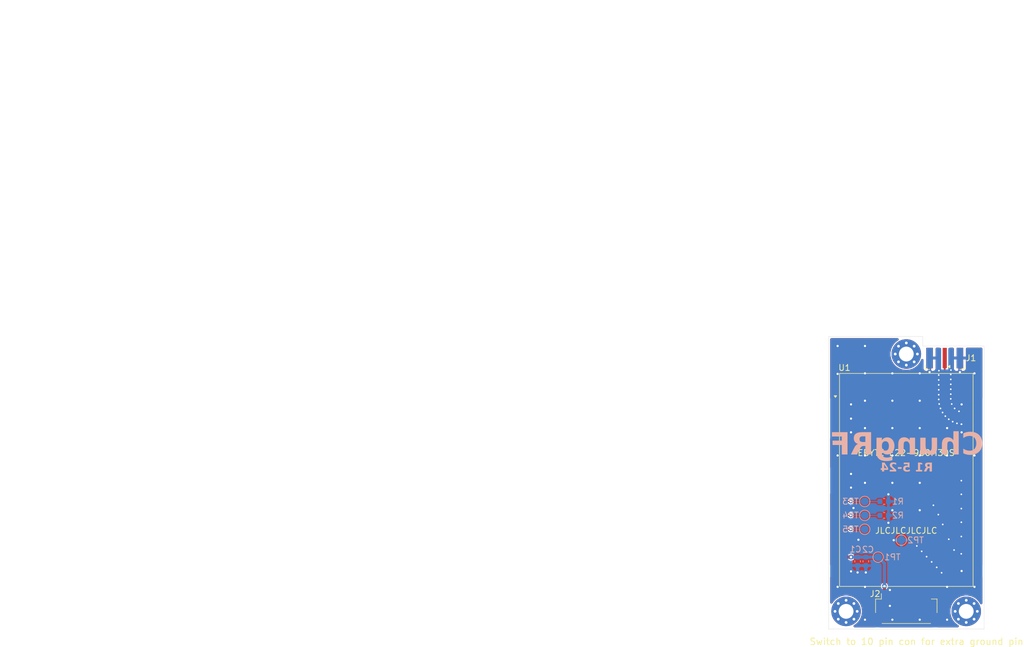
<source format=kicad_pcb>
(kicad_pcb (version 20240108) (generator "pcbnew") (generator_version "8.0")
  (title_block (title "ChungRF") (date "2024-05-14") (rev "R1") (company "Chungus Aerospace"))
  (layers (0 "F.Cu" signal) (1 "In1.Cu" signal) (2 "In2.Cu" signal) (31 "B.Cu" signal) (34 "B.Paste" user) (35 "F.Paste" user) (36 "B.SilkS" user "B.Silkscreen") (37 "F.SilkS" user "F.Silkscreen") (38 "B.Mask" user) (39 "F.Mask" user) (44 "Edge.Cuts" user))
  (net 0 "")
  (net 1 "VCC")
  (net 2 "GND")
  (net 3 "/RF_ANT")
  (net 4 "/BUSY")
  (net 5 "/MISO")
  (net 6 "/NSS")
  (net 7 "/DIO2")
  (net 8 "/DIO1")
  (net 9 "/NRST")
  (net 10 "/RXEN")
  (net 11 "/MOSI")
  (net 12 "/SCK")
  (net 13 "/TXEN")
  (footprint "MountingHole:MountingHole_2.7mm_M2.5_Pad_Via" (layer "F.Cu") (at 165.549082 64.37141 90)
    (property "Reference" "H3" (hide yes))
    (property "Value" "MountingHole" (hide yes))
    (pad "1" thru_hole circle (at -2.025 0 90) (size 0.8 0.8) (drill 0.5) (layers "*.Cu" "*.Mask"))
    (pad "1" thru_hole circle (at -1.431891 -1.431891 90) (size 0.8 0.8) (drill 0.5) (layers "*.Cu" "*.Mask"))
    (pad "1" thru_hole circle (at -1.431891 1.431891 90) (size 0.8 0.8) (drill 0.5) (layers "*.Cu" "*.Mask"))
    (pad "1" thru_hole circle (at 0 -2.025 90) (size 0.8 0.8) (drill 0.5) (layers "*.Cu" "*.Mask"))
    (pad "1" thru_hole circle (at 0 0 90) (size 5.4 5.4) (drill 2.7) (layers "*.Cu" "*.Mask"))
    (pad "1" thru_hole circle (at 0 2.025 90) (size 0.8 0.8) (drill 0.5) (layers "*.Cu" "*.Mask"))
    (pad "1" thru_hole circle (at 1.431891 -1.431891 90) (size 0.8 0.8) (drill 0.5) (layers "*.Cu" "*.Mask"))
    (pad "1" thru_hole circle (at 1.431891 1.431891 90) (size 0.8 0.8) (drill 0.5) (layers "*.Cu" "*.Mask"))
    (pad "1" thru_hole circle (at 2.025 0 90) (size 0.8 0.8) (drill 0.5) (layers "*.Cu" "*.Mask"))
  )
  (footprint "MountingHole:MountingHole_2.7mm_M2.5_Pad_Via" (layer "F.Cu") (at 176.494082 111.375 90)
    (property "Reference" "H2" (hide yes))
    (property "Value" "MountingHole" (hide yes))
    (pad "1" thru_hole circle (at -2.025 0 90) (size 0.8 0.8) (drill 0.5) (layers "*.Cu" "*.Mask"))
    (pad "1" thru_hole circle (at -1.431891 -1.431891 90) (size 0.8 0.8) (drill 0.5) (layers "*.Cu" "*.Mask"))
    (pad "1" thru_hole circle (at -1.431891 1.431891 90) (size 0.8 0.8) (drill 0.5) (layers "*.Cu" "*.Mask"))
    (pad "1" thru_hole circle (at 0 -2.025 90) (size 0.8 0.8) (drill 0.5) (layers "*.Cu" "*.Mask"))
    (pad "1" thru_hole circle (at 0 0 90) (size 5.4 5.4) (drill 2.7) (layers "*.Cu" "*.Mask"))
    (pad "1" thru_hole circle (at 0 2.025 90) (size 0.8 0.8) (drill 0.5) (layers "*.Cu" "*.Mask"))
    (pad "1" thru_hole circle (at 1.431891 -1.431891 90) (size 0.8 0.8) (drill 0.5) (layers "*.Cu" "*.Mask"))
    (pad "1" thru_hole circle (at 1.431891 1.431891 90) (size 0.8 0.8) (drill 0.5) (layers "*.Cu" "*.Mask"))
    (pad "1" thru_hole circle (at 2.025 0 90) (size 0.8 0.8) (drill 0.5) (layers "*.Cu" "*.Mask"))
  )
  (footprint "besser_footprints:CON-SMA-EDGE-S" (layer "F.Cu") (at 172.564984 65.10141)
    (property "Reference" "J1" (at 4.8 0 0) (layer "F.SilkS") (effects (font (size 1.1 1.1) (thickness 0.155))))
    (property "Value" "Conn_Coaxial")
    (fp_line (start -3.597387 1.257727) (end -3.597387 2.0925) (stroke (width 0.12)) (layer "F.SilkS"))
    (fp_line (start -3.597387 2.0925) (end -2.762614 2.0925) (stroke (width 0.12)) (layer "F.SilkS"))
    (fp_line (start 2.77 2.0925) (end 3.604773 2.0925) (stroke (width 0.12)) (layer "F.SilkS"))
    (fp_line (start 3.604773 2.0925) (end 3.604773 1.257727) (stroke (width 0.12)) (layer "F.SilkS"))
    (fp_poly (pts (xy 0.64 1.5625) (xy 0.97 1.3225) (xy 0.97 1.8025) (xy 0.64 1.5625)) (stroke (width 0.12)) (fill solid) (layer "F.SilkS"))
    (pad "1" smd rect (at 0 0) (size 0.76 3.725) (layers "F.Cu" "F.Paste" "F.Mask") (net 3 "/RF_ANT"))
    (pad "2" smd rect (at -2.77 0) (size 1.2 3.725) (layers "F.Cu" "F.Paste" "F.Mask") (net 2 "GND"))
    (pad "2" smd rect (at -2.77 0) (size 1.2 3.725) (layers "B.Cu" "B.Mask") (net 2 "GND"))
    (pad "2" smd rect (at 2.77 0) (size 1.2 3.725) (layers "F.Cu" "F.Paste" "F.Mask") (net 2 "GND"))
    (pad "2" smd rect (at 2.77 0) (size 1.2 3.725) (layers "B.Cu" "B.Mask") (net 2 "GND"))
    (zone (net 0) (net_name "") (layers "*.Cu") (connect_pads (clearance 0)) (min_thickness 0.25)
      (keepout (tracks allowed) (vias not_allowed) (pads allowed) (copperpour not_allowed) (footprints allowed))
      (fill (thermal_gap 0.5) (thermal_bridge_width 0.5))
      (polygon (pts (xy 173.214984 63.03391) (xy 173.214984 67.19391) (xy 171.914984 67.19391) (xy 171.914984 63.03391)))
    )
  )
  (footprint "besser_footprints:E22-900M30S" (layer "F.Cu") (at 165.549082 87.36141 90)
    (property "Reference" "U1" (at 20.49 -11.3 0) (layer "F.SilkS") (effects (font (size 1.1 1.1) (thickness 0.155))))
    (property "Value" "E22-900M30S")
    (fp_rect (start -19.45 -12.2) (end 19.45 12.2) (stroke (width 0.12)) (fill none) (layer "F.SilkS"))
    (fp_poly (pts (xy 15.055173 -12.95) (xy 15.385173 -13.19) (xy 15.385173 -12.71) (xy 15.055173 -12.95)) (stroke (width 0.12)) (fill solid) (layer "F.SilkS"))
    (pad "1" smd roundrect (at 13.79 -12) (size 2.5 1.5) (layers "F.Cu" "F.Paste" "F.Mask") (roundrect_rratio 0.1666666667) (net 2 "GND"))
    (pad "2" smd roundrect (at 11.25 -12) (size 2.5 1.5) (layers "F.Cu" "F.Paste" "F.Mask") (roundrect_rratio 0.1666666667) (net 2 "GND"))
    (pad "3" smd roundrect (at 8.71 -12) (size 2.5 1.5) (layers "F.Cu" "F.Paste" "F.Mask") (roundrect_rratio 0.1666666667) (net 2 "GND"))
    (pad "4" smd roundrect (at 1.14 -12 180) (size 2.5 1.5) (layers "F.Cu" "F.Paste" "F.Mask") (roundrect_rratio 0.1666666667) (net 2 "GND"))
    (pad "5" smd roundrect (at -1.4 -12 180) (size 2.5 1.5) (layers "F.Cu" "F.Paste" "F.Mask") (roundrect_rratio 0.1666666667) (net 2 "GND"))
    (pad "6" smd roundrect (at -3.94 -12 180) (size 2.5 1.5) (layers "F.Cu" "F.Paste" "F.Mask") (roundrect_rratio 0.1666666667) (net 10 "/RXEN"))
    (pad "7" smd roundrect (at -6.48 -12 180) (size 2.5 1.5) (layers "F.Cu" "F.Paste" "F.Mask") (roundrect_rratio 0.1666666667) (net 13 "/TXEN"))
    (pad "8" smd roundrect (at -9.02 -12 180) (size 2.5 1.5) (layers "F.Cu" "F.Paste" "F.Mask") (roundrect_rratio 0.1666666667) (net 7 "/DIO2"))
    (pad "9" smd roundrect (at -11.56 -12 180) (size 2.5 1.5) (layers "F.Cu" "F.Paste" "F.Mask") (roundrect_rratio 0.1666666667) (net 1 "VCC"))
    (pad "10" smd roundrect (at -14.1 -12 180) (size 2.5 1.5) (layers "F.Cu" "F.Paste" "F.Mask") (roundrect_rratio 0.1666666667) (net 1 "VCC"))
    (pad "11" smd roundrect (at -16.64 -12 180) (size 2.5 1.5) (layers "F.Cu" "F.Paste" "F.Mask") (roundrect_rratio 0.1666666667) (net 2 "GND"))
    (pad "12" smd roundrect (at -16.64 12 180) (size 2.5 1.5) (layers "F.Cu" "F.Paste" "F.Mask") (roundrect_rratio 0.1666666667) (net 2 "GND"))
    (pad "13" smd roundrect (at -14.1 12 180) (size 2.5 1.5) (layers "F.Cu" "F.Paste" "F.Mask") (roundrect_rratio 0.1666666667) (net 8 "/DIO1"))
    (pad "14" smd roundrect (at -11.56 12 180) (size 2.5 1.5) (layers "F.Cu" "F.Paste" "F.Mask") (roundrect_rratio 0.1666666667) (net 4 "/BUSY"))
    (pad "15" smd roundrect (at -9.02 12 180) (size 2.5 1.5) (layers "F.Cu" "F.Paste" "F.Mask") (roundrect_rratio 0.1666666667) (net 9 "/NRST"))
    (pad "16" smd roundrect (at -6.48 12 180) (size 2.5 1.5) (layers "F.Cu" "F.Paste" "F.Mask") (roundrect_rratio 0.1666666667) (net 5 "/MISO"))
    (pad "17" smd roundrect (at -3.94 12 180) (size 2.5 1.5) (layers "F.Cu" "F.Paste" "F.Mask") (roundrect_rratio 0.1666666667) (net 11 "/MOSI"))
    (pad "18" smd roundrect (at -1.4 12 180) (size 2.5 1.5) (layers "F.Cu" "F.Paste" "F.Mask") (roundrect_rratio 0.1666666667) (net 12 "/SCK"))
    (pad "19" smd roundrect (at 1.14 12 180) (size 2.5 1.5) (layers "F.Cu" "F.Paste" "F.Mask") (roundrect_rratio 0.1666666667) (net 6 "/NSS"))
    (pad "20" smd roundrect (at 8.71 12) (size 2.5 1.5) (layers "F.Cu" "F.Paste" "F.Mask") (roundrect_rratio 0.1666666667) (net 2 "GND"))
    (pad "21" smd roundrect (at 11.25 12) (size 2.5 1.5) (layers "F.Cu" "F.Paste" "F.Mask") (roundrect_rratio 0.1666666667) (net 3 "/RF_ANT"))
    (pad "22" smd roundrect (at 13.79 12) (size 2.5 1.5) (layers "F.Cu" "F.Paste" "F.Mask") (roundrect_rratio 0.1666666667) (net 2 "GND"))
  )
  (footprint "Connector_JST:JST_SH_SM09B-SRSS-TB_1x09-1MP_P1.00mm_Horizontal" (layer "F.Cu") (at 165.549082 110.904519)
    (property "Reference" "J2" (at -5.7 -2.733109 0) (layer "F.SilkS") (effects (font (size 1.1 1.1) (thickness 0.155))))
    (property "Value" "Conn_01x09_Socket")
    (fp_line (start -5.61 -1.785) (end -4.56 -1.785) (stroke (width 0.12)) (layer "F.SilkS"))
    (fp_line (start -5.61 0.715) (end -5.61 -1.785) (stroke (width 0.12)) (layer "F.SilkS"))
    (fp_line (start -4.56 -1.785) (end -4.56 -2.775) (stroke (width 0.12)) (layer "F.SilkS"))
    (fp_line (start -4.44 2.685) (end 4.44 2.685) (stroke (width 0.12)) (layer "F.SilkS"))
    (fp_line (start 5.61 -1.785) (end 4.56 -1.785) (stroke (width 0.12)) (layer "F.SilkS"))
    (fp_line (start 5.61 0.715) (end 5.61 -1.785) (stroke (width 0.12)) (layer "F.SilkS"))
    (pad "1" smd roundrect (at -4 -2) (size 0.6 1.55) (layers "F.Cu" "F.Paste" "F.Mask") (net 1 "VCC"))
    (pad "2" smd roundrect (at -3 -2) (size 0.6 1.55) (layers "F.Cu" "F.Paste" "F.Mask") (net 2 "GND"))
    (pad "3" smd roundrect (at -2 -2) (size 0.6 1.55) (layers "F.Cu" "F.Paste" "F.Mask") (net 6 "/NSS"))
    (pad "4" smd roundrect (at -1 -2) (size 0.6 1.55) (layers "F.Cu" "F.Paste" "F.Mask") (net 12 "/SCK"))
    (pad "5" smd roundrect (at 0 -2) (size 0.6 1.55) (layers "F.Cu" "F.Paste" "F.Mask") (net 11 "/MOSI"))
    (pad "6" smd roundrect (at 1 -2) (size 0.6 1.55) (layers "F.Cu" "F.Paste" "F.Mask") (net 5 "/MISO"))
    (pad "7" smd roundrect (at 2 -2) (size 0.6 1.55) (layers "F.Cu" "F.Paste" "F.Mask") (net 9 "/NRST"))
    (pad "8" smd roundrect (at 3 -2) (size 0.6 1.55) (layers "F.Cu" "F.Paste" "F.Mask") (net 4 "/BUSY"))
    (pad "9" smd roundrect (at 4 -2) (size 0.6 1.55) (layers "F.Cu" "F.Paste" "F.Mask") (net 8 "/DIO1"))
    (pad "MP" smd roundrect (at -5.3 1.875) (size 1.2 1.8) (layers "F.Cu" "F.Paste" "F.Mask") (roundrect_rratio 0.208333))
    (pad "MP" smd roundrect (at 5.3 1.875) (size 1.2 1.8) (layers "F.Cu" "F.Paste" "F.Mask") (roundrect_rratio 0.208333))
  )
  (footprint "MountingHole:MountingHole_2.7mm_M2.5_Pad_Via" (layer "F.Cu") (at 154.549082 111.375 90)
    (property "Reference" "H1" (hide yes))
    (property "Value" "MountingHole" (hide yes))
    (pad "1" thru_hole circle (at -2.025 0 90) (size 0.8 0.8) (drill 0.5) (layers "*.Cu" "*.Mask"))
    (pad "1" thru_hole circle (at -1.431891 -1.431891 90) (size 0.8 0.8) (drill 0.5) (layers "*.Cu" "*.Mask"))
    (pad "1" thru_hole circle (at -1.431891 1.431891 90) (size 0.8 0.8) (drill 0.5) (layers "*.Cu" "*.Mask"))
    (pad "1" thru_hole circle (at 0 -2.025 90) (size 0.8 0.8) (drill 0.5) (layers "*.Cu" "*.Mask"))
    (pad "1" thru_hole circle (at 0 0 90) (size 5.4 5.4) (drill 2.7) (layers "*.Cu" "*.Mask"))
    (pad "1" thru_hole circle (at 0 2.025 90) (size 0.8 0.8) (drill 0.5) (layers "*.Cu" "*.Mask"))
    (pad "1" thru_hole circle (at 1.431891 -1.431891 90) (size 0.8 0.8) (drill 0.5) (layers "*.Cu" "*.Mask"))
    (pad "1" thru_hole circle (at 1.431891 1.431891 90) (size 0.8 0.8) (drill 0.5) (layers "*.Cu" "*.Mask"))
    (pad "1" thru_hole circle (at 2.025 0 90) (size 0.8 0.8) (drill 0.5) (layers "*.Cu" "*.Mask"))
  )
  (footprint "TestPoint:TestPoint_Pad_D1.5mm" (layer "B.Cu") (at 157.949082 96.38141 180)
    (property "Reference" "TP5" (at 2.6 0 180) (layer "B.SilkS") (effects (font (size 1.1 1.1) (thickness 0.155)) (justify mirror)))
    (property "Value" "DIO2")
    (fp_circle (center 0 0) (end 0 -0.95) (stroke (width 0.12)) (fill none) (layer "B.SilkS"))
    (pad "1" smd circle (at 0 0 180) (size 1.5 1.5) (layers "B.Cu" "B.Mask") (net 7 "/DIO2"))
  )
  (footprint "TestPoint:TestPoint_Pad_D1.5mm" (layer "B.Cu") (at 160.399082 101.47141 180)
    (property "Reference" "TP1" (at -2.6 0 180) (layer "B.SilkS") (effects (font (size 1.1 1.1) (thickness 0.155)) (justify mirror)))
    (property "Value" "VCC")
    (fp_circle (center 0 0) (end 0 -0.95) (stroke (width 0.12)) (fill none) (layer "B.SilkS"))
    (pad "1" smd circle (at 0 0 180) (size 1.5 1.5) (layers "B.Cu" "B.Mask") (net 1 "VCC"))
  )
  (footprint "TestPoint:TestPoint_Pad_D1.5mm" (layer "B.Cu") (at 164.649082 98.37141 180)
    (property "Reference" "TP2" (at -2.6 0 180) (layer "B.SilkS") (effects (font (size 1.1 1.1) (thickness 0.155)) (justify mirror)))
    (property "Value" "GND")
    (fp_circle (center 0 0) (end 0 -0.95) (stroke (width 0.12)) (fill none) (layer "B.SilkS"))
    (pad "1" smd circle (at 0 0 180) (size 1.5 1.5) (layers "B.Cu" "B.Mask") (net 2 "GND"))
  )
  (footprint "Capacitor_SMD:C_0603_1608Metric" (layer "B.Cu") (at 161.5 91.30141 180)
    (property "Reference" "R1" (at -2.5 0 180) (layer "B.SilkS") (effects (font (size 1.1 1.1) (thickness 0.155)) (justify mirror)))
    (property "Value" "100k")
    (fp_line (start 0.14058 0.51) (end -0.14058 0.51) (stroke (width 0.12)) (layer "B.SilkS"))
    (fp_line (start 0.14058 -0.51) (end -0.14058 -0.51) (stroke (width 0.12)) (layer "B.SilkS"))
    (pad "1" smd roundrect (at -0.775 0 180) (size 0.9 0.95) (layers "B.Cu" "B.Paste" "B.Mask") (net 2 "GND"))
    (pad "2" smd roundrect (at 0.775 0 180) (size 0.9 0.95) (layers "B.Cu" "B.Paste" "B.Mask") (net 10 "/RXEN"))
  )
  (footprint "Capacitor_SMD:C_0603_1608Metric" (layer "B.Cu") (at 158.149082 102.23641 -90)
    (property "Reference" "C2" (at -2.165 -0.4 180) (layer "B.SilkS") (effects (font (size 1.1 1.1) (thickness 0.155)) (justify mirror)))
    (property "Value" "1uF")
    (fp_line (start 0.14058 0.51) (end -0.14058 0.51) (stroke (width 0.12)) (layer "B.SilkS"))
    (fp_line (start 0.14058 -0.51) (end -0.14058 -0.51) (stroke (width 0.12)) (layer "B.SilkS"))
    (pad "1" smd roundrect (at -0.775 0 270) (size 0.9 0.95) (layers "B.Cu" "B.Paste" "B.Mask") (net 1 "VCC"))
    (pad "2" smd roundrect (at 0.775 0 270) (size 0.9 0.95) (layers "B.Cu" "B.Paste" "B.Mask") (net 2 "GND"))
  )
  (footprint "Capacitor_SMD:C_0603_1608Metric" (layer "B.Cu") (at 156.649082 102.23641 -90)
    (property "Reference" "C1" (at -2.2 0.4 180) (layer "B.SilkS") (effects (font (size 1.1 1.1) (thickness 0.155)) (justify mirror)))
    (property "Value" "100nF")
    (fp_line (start 0.14058 0.51) (end -0.14058 0.51) (stroke (width 0.12)) (layer "B.SilkS"))
    (fp_line (start 0.14058 -0.51) (end -0.14058 -0.51) (stroke (width 0.12)) (layer "B.SilkS"))
    (pad "1" smd roundrect (at -0.775 0 270) (size 0.9 0.95) (layers "B.Cu" "B.Paste" "B.Mask") (net 1 "VCC"))
    (pad "2" smd roundrect (at 0.775 0 270) (size 0.9 0.95) (layers "B.Cu" "B.Paste" "B.Mask") (net 2 "GND"))
  )
  (footprint "Capacitor_SMD:C_0603_1608Metric" (layer "B.Cu") (at 161.5 93.84141)
    (property "Reference" "R2" (at 2.5 0 0) (layer "B.SilkS") (effects (font (size 1.1 1.1) (thickness 0.155)) (justify mirror)))
    (property "Value" "100k")
    (fp_line (start 0.14058 -0.51) (end -0.14058 -0.51) (stroke (width 0.12)) (layer "B.SilkS"))
    (fp_line (start 0.14058 0.51) (end -0.14058 0.51) (stroke (width 0.12)) (layer "B.SilkS"))
    (pad "1" smd roundrect (at -0.775 0) (size 0.9 0.95) (layers "B.Cu" "B.Paste" "B.Mask") (net 13 "/TXEN"))
    (pad "2" smd roundrect (at 0.775 0) (size 0.9 0.95) (layers "B.Cu" "B.Paste" "B.Mask") (net 2 "GND"))
  )
  (footprint "TestPoint:TestPoint_Pad_D1.5mm" (layer "B.Cu") (at 157.949082 93.84141 180)
    (property "Reference" "TP4" (at 2.6 0 180) (layer "B.SilkS") (effects (font (size 1.1 1.1) (thickness 0.155)) (justify mirror)))
    (property "Value" "TXEN")
    (fp_circle (center 0 0) (end 0 -0.95) (stroke (width 0.12)) (fill none) (layer "B.SilkS"))
    (pad "1" smd circle (at 0 0 180) (size 1.5 1.5) (layers "B.Cu" "B.Mask") (net 13 "/TXEN"))
  )
  (footprint "TestPoint:TestPoint_Pad_D1.5mm" (layer "B.Cu") (at 157.949082 91.30141 180)
    (property "Reference" "TP3" (at 2.6 0 180) (layer "B.SilkS") (effects (font (size 1.1 1.1) (thickness 0.155)) (justify mirror)))
    (property "Value" "RXEN")
    (fp_circle (center 0 0) (end 0 -0.95) (stroke (width 0.12)) (fill none) (layer "B.SilkS"))
    (pad "1" smd circle (at 0 0 180) (size 1.5 1.5) (layers "B.Cu" "B.Mask") (net 10 "/RXEN"))
  )
  (gr_line (start 151.349082 61.17141) (end 168.549082 61.17141) (stroke (width 0.05)) (layer "Edge.Cuts"))
  (gr_line (start 151.349082 114.6) (end 151.349082 61.17141) (stroke (width 0.05)) (layer "Edge.Cuts"))
  (gr_line (start 179.749082 62.91141) (end 179.749082 114.6) (stroke (width 0.05)) (layer "Edge.Cuts"))
  (gr_line (start 168.549082 62.91141) (end 179.749082 62.91141) (stroke (width 0.05)) (layer "Edge.Cuts"))
  (gr_line (start 179.749082 114.6) (end 151.349082 114.6) (stroke (width 0.05)) (layer "Edge.Cuts"))
  (gr_line (start 168.549082 61.17141) (end 168.549082 62.91141) (stroke (width 0.05)) (layer "Edge.Cuts"))
  (gr_text "R1 5-24" (at 165.6 86.1 0) (layer "B.SilkS") (effects (font (size 1.6 1.6) (thickness 0.4) (bold yes)) (justify bottom mirror)))
  (gr_text "ChungRF" (at 165.6 83.4 -0) (layer "B.SilkS") (effects (font (size 4 4) (thickness 0.44) (bold yes)) (justify bottom mirror)))
  (gr_text "EBYTE E22-900M30S" (at 156.574202 83.07141 0) (layer "F.SilkS") (effects (font (size 1.1 1.1) (thickness 0.155)) (justify left bottom)))
  (gr_text "Switch to 10 pin con for extra ground pin" (at 147.8 117.6 0) (layer "F.SilkS") (effects (font (size 1.2 1.2) (thickness 0.16)) (justify left bottom)))
  (gr_text "JLCJLCJLCJLC" (at 159.76944 97.27141 0) (layer "F.SilkS") (effects (font (size 1.1 1.1) (thickness 0.155)) (justify left bottom)))
  (segment (start 155.249082 101.46141) (end 153.549082 101.46141) (width 0.6) (layer "F.Cu") (net 1))
  (segment (start 161.549082 108.904519) (end 161.549082 106.77141) (width 0.6) (layer "F.Cu") (net 1))
  (segment (start 153.549082 101.46141) (end 153.549082 98.92141) (width 0.6) (layer "F.Cu") (net 1))
  (via (at 161.549082 106.77141) (size 0.9) (drill 0.4) (layers "F.Cu" "B.Cu") (net 1))
  (via (at 155.449082 101.46141) (size 0.9) (drill 0.4) (layers "F.Cu" "B.Cu") (net 1))
  (segment (start 155.549082 101.46141) (end 160.639082 101.46141) (width 0.6) (layer "B.Cu") (net 1))
  (segment (start 161.549082 106.77141) (end 161.549082 102.62141) (width 0.6) (layer "B.Cu") (net 1))
  (segment (start 161.549082 102.62141) (end 160.399082 101.47141) (width 0.6) (layer "B.Cu") (net 1))
  (segment (start 155.549082 88.77141) (end 153.649082 88.77141) (width 0.6) (layer "F.Cu") (net 2))
  (segment (start 155.549082 73.57141) (end 153.649082 73.57141) (width 0.6) (layer "F.Cu") (net 2))
  (segment (start 155.549082 78.67141) (end 153.649082 78.67141) (width 0.6) (layer "F.Cu") (net 2))
  (segment (start 175.334984 65.10141) (end 175.334984 67.67141) (width 0.6) (layer "F.Cu") (net 2))
  (segment (start 155.549082 86.27141) (end 153.649082 86.27141) (width 0.6) (layer "F.Cu") (net 2))
  (segment (start 162.549082 107.47141) (end 162.549082 108.904519) (width 0.6) (layer "F.Cu") (net 2))
  (segment (start 175.649082 78.67141) (end 177.549082 78.67141) (width 0.6) (layer "F.Cu") (net 2))
  (segment (start 175.649082 73.57141) (end 177.549082 73.57141) (width 0.6) (layer "F.Cu") (net 2))
  (segment (start 175.649082 104.00141) (end 177.549082 104.00141) (width 0.6) (layer "F.Cu") (net 2))
  (segment (start 162.549082 110.37141) (end 162.549082 108.938301) (width 0.6) (layer "F.Cu") (net 2))
  (segment (start 155.549082 76.17141) (end 153.649082 76.17141) (width 0.6) (layer "F.Cu") (net 2))
  (segment (start 169.794984 65.10141) (end 169.794984 67.67141) (width 0.6) (layer "F.Cu") (net 2))
  (segment (start 155.549082 104.07141) (end 153.649082 104.07141) (width 0.6) (layer "F.Cu") (net 2))
  (via (at 171.46631 71.807946) (size 0.7) (drill 0.3) (layers "F.Cu" "B.Cu") (net 2))
  (via (at 175.586312 100.867793) (size 0.7) (drill 0.3) (layers "F.Cu" "B.Cu") (net 2))
  (via (at 172.2 95.5) (size 0.7) (drill 0.3) (layers "F.Cu" "B.Cu") (net 2))
  (via (at 174.797501 77.03169) (size 0.7) (drill 0.3) (layers "F.Cu" "B.Cu") (net 2))
  (via (at 171.50265 67.407946) (size 0.7) (drill 0.3) (layers "F.Cu" "B.Cu") (net 2))
  (via (at 173 112.9) (size 0.9) (drill 0.4) (layers "F.Cu" "B.Cu") (net 2))
  (via (at 174.368867 74.307529) (size 0.7) (drill 0.3) (layers "F.Cu" "B.Cu") (net 2))
  (via (at 171.096272 103.335303) (size 0.7) (drill 0.3) (layers "F.Cu" "B.Cu") (net 2))
  (via (at 175.6 87.5) (size 0.7) (drill 0.3) (layers "F.Cu" "B.Cu") (net 2))
  (via (at 158 106.9) (size 0.9) (drill 0.4) (layers "F.Cu" "B.Cu") (net 2))
  (via (at 168 67.9) (size 0.9) (drill 0.4) (layers "F.Cu" "B.Cu") (net 2))
  (via (at 175.6 97.7) (size 0.7) (drill 0.3) (layers "F.Cu" "B.Cu") (net 2))
  (via (at 173.66366 70.8) (size 0.7) (drill 0.3) (layers "F.Cu" "B.Cu") (net 2))
  (via (at 156.8 98.3) (size 0.9) (drill 0.4) (layers "F.Cu" "B.Cu") (net 2))
  (via (at 173.66366 68.1) (size 0.7) (drill 0.3) (layers "F.Cu" "B.Cu") (net 2))
  (via (at 158 112.9) (size 0.9) (drill 0.4) (layers "F.Cu" "B.Cu") (net 2))
  (via (at 168.352193 100.409561) (size 0.7) (drill 0.3) (layers "F.Cu" "B.Cu") (net 2))
  (via (at 155.9 92.5) (size 0.9) (drill 0.4) (layers "F.Cu" "B.Cu") (net 2))
  (via (at 175.649082 78.67141) (size 0.9) (drill 0.4) (layers "F.Cu" "B.Cu") (net 2))
  (via (at 169.794984 67.67141) (size 0.9) (drill 0.4) (layers "F.Cu" "B.Cu") (net 2))
  (via (at 175.334984 67.67141) (size 0.9) (drill 0.4) (layers "F.Cu" "B.Cu") (net 2))
  (via (at 168 87.9) (size 0.9) (drill 0.4) (layers "F.Cu" "B.Cu") (net 2))
  (via (at 158 62.9) (size 0.9) (drill 0.4) (layers "F.Cu" "B.Cu") (net 2))
  (via (at 173.304082 98.2) (size 0.7) (drill 0.3) (layers "F.Cu" "B.Cu") (net 2))
  (via (at 163 72.9) (size 0.9) (drill 0.4) (layers "F.Cu" "B.Cu") (net 2))
  (via (at 163 92.9) (size 0.9) (drill 0.4) (layers "F.Cu" "B.Cu") (net 2))
  (via (at 171.46631 69.107946) (size 0.7) (drill 0.3) (layers "F.Cu" "B.Cu") (net 2))
  (via (at 171.4 93.7) (size 0.7) (drill 0.3) (layers "F.Cu" "B.Cu") (net 2))
  (via (at 175.622176 77.190024) (size 0.7) (drill 0.3) (layers "F.Cu" "B.Cu") (net 2))
  (via (at 163.249082 98.37141) (size 0.9) (drill 0.4) (layers "F.Cu" "B.Cu") (net 2))
  (via (at 171.46631 70.907946) (size 0.7) (drill 0.3) (layers "F.Cu" "B.Cu") (net 2))
  (via (at 163 87.9) (size 0.9) (drill 0.4) (layers "F.Cu" "B.Cu") (net 2))
  (via (at 175.172493 74.836597) (size 0.7) (drill 0.3) (layers "F.Cu" "B.Cu") (net 2))
  (via (at 169.251674 101.383299) (size 0.7) (drill 0.3) (layers "F.Cu" "B.Cu") (net 2))
  (via (at 171.7902 74.305988) (size 0.7) (drill 0.3) (layers "F.Cu" "B.Cu") (net 2))
  (via (at 174.274039 100.174039) (size 0.7) (drill 0.3) (layers "F.Cu" "B.Cu") (net 2))
  (via (at 163 67.9) (size 0.9) (drill 0.4) (layers "F.Cu" "B.Cu") (net 2))
  (via (at 158.149082 104.27141) (size 0.9) (drill 0.4) (layers "F.Cu" "B.Cu") (net 2))
  (via (at 167.464633 99.42299) (size 0.7) (drill 0.3) (layers "F.Cu" "B.Cu") (net 2))
  (via (at 175.649082 104.00141) (size 0.9) (drill 0.4) (layers "F.Cu" "B.Cu") (net 2))
  (via (at 168 72.9) (size 0.9) (drill 0.4) (layers "F.Cu" "B.Cu") (net 2))
  (via (at 173 82.9) (size 0.9) (drill 0.4) (layers "F.Cu" "B.Cu") (net 2))
  (via (at 155.449082 73.57141) (size 0.9) (drill 0.4) (layers "F.Cu" "B.Cu") (net 2))
  (via (at 153 62.9) (size 0.9) (drill 0.4) (layers "F.Cu" "B.Cu") (net 2))
  (via (at 171.551807 73.500802) (size 0.7) (drill 0.3) (layers "F.Cu" "B.Cu") (net 2))
  (via (at 156.649082 104.27141) (size 0.9) (drill 0.4) (layers "F.Cu" "B.Cu") (net 2))
  (via (at 170.5 92) (size 0.7) (drill 0.3) (layers "F.Cu" "B.Cu") (net 2))
  (via (at 173.302284 76.28424) (size 0.7) (drill 0.3) (layers "F.Cu" "B.Cu") (net 2))
  (via (at 158 77.9) (size 0.9) (drill 0.4) (layers "F.Cu" "B.Cu") (net 2))
  (via (at 155.449082 76.17141) (size 0.9) (drill 0.4) (layers "F.Cu" "B.Cu") (net 2))
  (via (at 155.449082 104.07141) (size 0.9) (drill 0.4) (layers "F.Cu" "B.Cu") (net 2))
  (via (at 175.6 90) (size 0.7) (drill 0.3) (layers "F.Cu" "B.Cu") (net 2))
  (via (at 168 112.9) (size 0.9) (drill 0.4) (layers "F.Cu" "B.Cu") (net 2))
  (via (at 172.680585 75.720756) (size 0.7) (drill 0.3) (layers "F.Cu" "B.Cu") (net 2))
  (via (at 173.66366 69) (size 0.7) (drill 0.3) (layers "F.Cu" "B.Cu") (net 2))
  (via (at 175.649082 73.57141) (size 0.9) (drill 0.4) (layers "F.Cu" "B.Cu") (net 2))
  (via (at 168 82.9) (size 0.9) (drill 0.4) (layers "F.Cu" "B.Cu") (net 2))
  (via (at 173.7 67.3) (size 0.7) (drill 0.3) (layers "F.Cu" "B.Cu") (net 2))
  (via (at 173 77.9) (size 0.9) (drill 0.4) (layers "F.Cu" "B.Cu") (net 2))
  (via (at 172.170973 75.054072) (size 0.7) (drill 0.3) (layers "F.Cu" "B.Cu") (net 2))
  (via (at 155.449082 78.67141) (size 0.9) (drill 0.4) (layers "F.Cu" "B.Cu") (net 2))
  (via (at 153 106.9) (size 0.9) (drill 0.4) (layers "F.Cu" "B.Cu") (net 2))
  (via (at 162.275 90.00141) (size 0.9) (drill 0.4) (layers "F.Cu" "B.Cu") (net 2))
  (via (at 171.46631 68.207946) (size 0.7) (drill 0.3) (layers "F.Cu" "B.Cu") (net 2))
  (via (at 175.622172 77.190024) (size 0.7) (drill 0.3) (layers "F.Cu" "B.Cu") (net 2))
  (via (at 173.839796 73.503903) (size 0.7) (drill 0.3) (layers "F.Cu" "B.Cu") (net 2))
  (via (at 173.66366 72.557437) (size 0.7) (drill 0.3) (layers "F.Cu" "B.Cu") (net 2))
  (via (at 173.66366 71.7) (size 0.7) (drill 0.3) (layers "F.Cu" "B.Cu") (net 2))
  (via (at 153 82.9) (size 0.9) (drill 0.4) (layers "F.Cu" "B.Cu") (net 2))
  (via (at 178 67.9) (size 0.9) (drill 0.4) (layers "F.Cu" "B.Cu") (net 2))
  (via (at 174.015702 76.726063) (size 0.7) (drill 0.3) (layers "F.Cu" "B.Cu") (net 2))
  (via (at 170.178392 102.340933) (size 0.7) (drill 0.3) (layers "F.Cu" "B.Cu") (net 2))
  (via (at 158 67.9) (size 0.9) (drill 0.4) (layers "F.Cu" "B.Cu") (net 2))
  (via (at 175.6 92.6) (size 0.7) (drill 0.3) (layers "F.Cu" "B.Cu") (net 2))
  (via (at 178 82.9) (size 0.9) (drill 0.4) (layers "F.Cu" "B.Cu") (net 2))
  (via (at 158 87.9) (size 0.9) (drill 0.4) (layers "F.Cu" "B.Cu") (net 2))
  (via (at 162.549082 107.47141) (size 0.9) (drill 0.4) (layers "F.Cu" "B.Cu") (net 2))
  (via (at 162.275 95.20141) (size 0.9) (drill 0.4) (layers "F.Cu" "B.Cu") (net 2))
  (via (at 163 77.9) (size 0.9) (drill 0.4) (layers "F.Cu" "B.Cu") (net 2))
  (via (at 158 72.9) (size 0.9) (drill 0.4) (layers "F.Cu" "B.Cu") (net 2))
  (via (at 171.46631 72.665383) (size 0.7) (drill 0.3) (layers "F.Cu" "B.Cu") (net 2))
  (via (at 153 68) (size 0.9) (drill 0.4) (layers "F.Cu" "B.Cu") (net 2))
  (via (at 173.66366 69.9) (size 0.7) (drill 0.3) (layers "F.Cu" "B.Cu") (net 2))
  (via (at 168 92.9) (size 0.9) (drill 0.4) (layers "F.Cu" "B.Cu") (net 2))
  (via (at 171.99503 104.329673) (size 0.7) (drill 0.3) (layers "F.Cu" "B.Cu") (net 2))
  (via (at 171.46631 70.007946) (size 0.7) (drill 0.3) (layers "F.Cu" "B.Cu") (net 2))
  (via (at 155.449082 88.77141) (size 0.9) (drill 0.4) (layers "F.Cu" "B.Cu") (net 2))
  (via (at 162.549082 110.37141) (size 0.9) (drill 0.4) (layers "F.Cu" "B.Cu") (net 2))
  (via (at 158 82.9) (size 0.9) (drill 0.4) (layers "F.Cu" "B.Cu") (net 2))
  (via (at 155.449082 86.27141) (size 0.9) (drill 0.4) (layers "F.Cu" "B.Cu") (net 2))
  (via (at 175.6 95.1) (size 0.7) (drill 0.3) (layers "F.Cu" "B.Cu") (net 2))
  (via (at 163 112.9) (size 0.9) (drill 0.4) (layers "F.Cu" "B.Cu") (net 2))
  (via (at 163 82.9) (size 0.9) (drill 0.4) (layers "F.Cu" "B.Cu") (net 2))
  (via (at 178 106.9) (size 0.9) (drill 0.4) (layers "F.Cu" "B.Cu") (net 2))
  (via (at 168 77.9) (size 0.9) (drill 0.4) (layers "F.Cu" "B.Cu") (net 2))
  (via (at 173 106.9) (size 0.9) (drill 0.4) (layers "F.Cu" "B.Cu") (net 2))
  (segment (start 164.649082 98.37141) (end 163.249082 98.37141) (width 0.6) (layer "B.Cu") (net 2))
  (segment (start 162.275 93.87141) (end 162.275 95.20141) (width 0.6) (layer "B.Cu") (net 2))
  (segment (start 158.149082 103.01141) (end 158.149082 104.27141) (width 0.6) (layer "B.Cu") (net 2))
  (segment (start 156.649082 103.01141) (end 156.649082 104.27141) (width 0.6) (layer "B.Cu") (net 2))
  (segment (start 162.275 91.30141) (end 162.275 90.00141) (width 0.6) (layer "B.Cu") (net 2))
  (segment (start 172.549082 65.10141) (end 172.564984 65.117312) (width 0.3493) (layer "F.Cu") (net 3))
  (segment (start 177.533179 76.095507) (end 177.549082 76.11141) (width 0.3493) (layer "F.Cu") (net 3))
  (segment (start 172.564984 72.61141) (end 172.564984 65.117312) (width 0.3421) (layer "F.Cu") (net 3))
  (segment (start 176.064984 76.11141) (end 177.549082 76.11141) (width 0.3421) (layer "F.Cu") (net 3))
  (arc (start 176.064984 76.11141) (mid 173.59011 75.086283) (end 172.564984 72.61141) (width 0.3421) (layer "F.Cu") (net 3))
  (segment (start 175.249082 100.111164) (end 169.005246 106.355) (width 0.19) (layer "F.Cu") (net 4))
  (segment (start 175.724082 98.92141) (end 175.249082 99.39641) (width 0.19) (layer "F.Cu") (net 4))
  (segment (start 177.549082 98.92141) (end 175.724082 98.92141) (width 0.19) (layer "F.Cu") (net 4))
  (segment (start 175.249082 99.39641) (end 175.249082 100.111164) (width 0.19) (layer "F.Cu") (net 4))
  (segment (start 169.005246 106.355) (end 168.982832 106.355) (width 0.19) (layer "F.Cu") (net 4))
  (segment (start 168.982832 106.355) (end 168.549082 106.78875) (width 0.19) (layer "F.Cu") (net 4))
  (segment (start 168.549082 106.78875) (end 168.549082 108.904519) (width 0.19) (layer "F.Cu") (net 4))
  (segment (start 172.649082 98.94641) (end 166.549082 105.04641) (width 0.19) (layer "F.Cu") (net 5))
  (segment (start 166.549082 105.04641) (end 166.549082 108.904519) (width 0.19) (layer "F.Cu") (net 5))
  (segment (start 172.649082 96.27141) (end 172.649082 98.94641) (width 0.19) (layer "F.Cu") (net 5))
  (segment (start 175.079082 93.84141) (end 172.649082 96.27141) (width 0.19) (layer "F.Cu") (net 5))
  (segment (start 177.549082 93.84141) (end 175.079082 93.84141) (width 0.19) (layer "F.Cu") (net 5))
  (segment (start 163.549082 102.37141) (end 163.549082 108.904519) (width 0.19) (layer "F.Cu") (net 6))
  (segment (start 177.549082 86.22141) (end 175.049082 86.22141) (width 0.19) (layer "F.Cu") (net 6))
  (segment (start 175.049082 86.22141) (end 168.749082 92.52141) (width 0.19) (layer "F.Cu") (net 6))
  (segment (start 168.749082 92.52141) (end 168.749082 97.17141) (width 0.19) (layer "F.Cu") (net 6))
  (segment (start 168.749082 97.17141) (end 163.549082 102.37141) (width 0.19) (layer "F.Cu") (net 6))
  (segment (start 153.549082 96.38141) (end 155.4 96.38141) (width 0.19) (layer "F.Cu") (net 7))
  (via (at 155.4 96.38141) (size 0.7) (drill 0.3) (layers "F.Cu" "B.Cu") (net 7))
  (segment (start 155.4 96.38141) (end 157.949082 96.38141) (width 0.19) (layer "B.Cu") (net 7))
  (segment (start 169.549082 107.750918) (end 169.549082 108.904519) (width 0.19) (layer "F.Cu") (net 8))
  (segment (start 177.549082 101.46141) (end 175.83859 101.46141) (width 0.19) (layer "F.Cu") (net 8))
  (segment (start 175.83859 101.46141) (end 169.549082 107.750918) (width 0.19) (layer "F.Cu") (net 8))
  (segment (start 173.949082 98.17141) (end 173.949082 99.561164) (width 0.19) (layer "F.Cu") (net 9))
  (segment (start 175.739082 96.38141) (end 173.949082 98.17141) (width 0.19) (layer "F.Cu") (net 9))
  (segment (start 173.949082 99.561164) (end 167.549082 105.961164) (width 0.19) (layer "F.Cu") (net 9))
  (segment (start 167.549082 105.961164) (end 167.549082 108.904519) (width 0.19) (layer "F.Cu") (net 9))
  (segment (start 177.549082 96.38141) (end 175.739082 96.38141) (width 0.19) (layer "F.Cu") (net 9))
  (segment (start 153.549082 91.30141) (end 155.4 91.30141) (width 0.19) (layer "F.Cu") (net 10))
  (via (at 155.4 91.30141) (size 0.7) (drill 0.3) (layers "F.Cu" "B.Cu") (net 10))
  (segment (start 160.725 91.30141) (end 157.949082 91.30141) (width 0.19) (layer "B.Cu") (net 10))
  (segment (start 155.4 91.30141) (end 157.949082 91.30141) (width 0.19) (layer "B.Cu") (net 10))
  (segment (start 175.069082 91.30141) (end 171.349082 95.02141) (width 0.19) (layer "F.Cu") (net 11))
  (segment (start 177.549082 91.30141) (end 175.069082 91.30141) (width 0.19) (layer "F.Cu") (net 11))
  (segment (start 165.549082 104.17141) (end 165.549082 108.904519) (width 0.19) (layer "F.Cu") (net 11))
  (segment (start 171.349082 98.37141) (end 165.549082 104.17141) (width 0.19) (layer "F.Cu") (net 11))
  (segment (start 171.349082 95.02141) (end 171.349082 98.37141) (width 0.19) (layer "F.Cu") (net 11))
  (segment (start 177.549082 88.76141) (end 175.059082 88.76141) (width 0.19) (layer "F.Cu") (net 12))
  (segment (start 175.059082 88.76141) (end 170.049082 93.77141) (width 0.19) (layer "F.Cu") (net 12))
  (segment (start 170.049082 93.77141) (end 170.049082 97.77141) (width 0.19) (layer "F.Cu") (net 12))
  (segment (start 170.049082 97.77141) (end 164.549082 103.27141) (width 0.19) (layer "F.Cu") (net 12))
  (segment (start 164.549082 103.27141) (end 164.549082 108.904519) (width 0.19) (layer "F.Cu") (net 12))
  (segment (start 153.549082 93.84141) (end 155.4 93.84141) (width 0.19) (layer "F.Cu") (net 13))
  (via (at 155.4 93.84141) (size 0.7) (drill 0.3) (layers "F.Cu" "B.Cu") (net 13))
  (segment (start 155.4 93.84141) (end 157.949082 93.84141) (width 0.19) (layer "B.Cu") (net 13))
  (segment (start 157.949082 93.84141) (end 160.725 93.84141) (width 0.19) (layer "B.Cu") (net 13))
  (zone (net 2) (net_name "GND") (layers "F.Cu" "In1.Cu" "In2.Cu" "B.Cu") (name "stitch_zone_0") (connect_pads (clearance 0)) (min_thickness 0.45) (fill yes (thermal_gap 0.5) (thermal_bridge_width 0.5))
    (polygon (pts (xy 150.4 60.2) (xy 180.849082 60.2) (xy 180.8 115.4) (xy 150.2 115.4)))
  )
)
</source>
